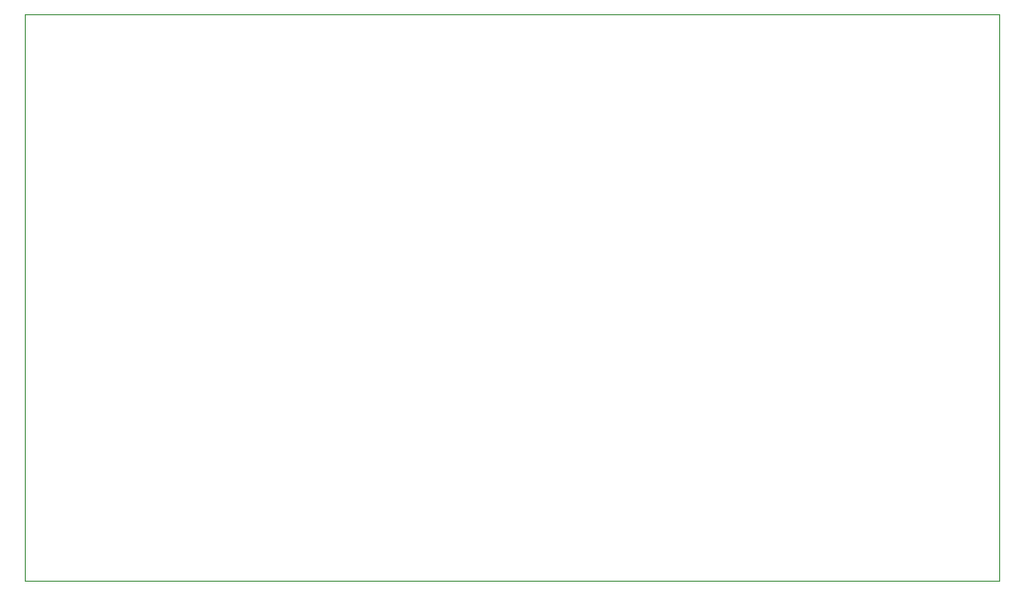
<source format=gm1>
G04 #@! TF.GenerationSoftware,KiCad,Pcbnew,9.0.5*
G04 #@! TF.CreationDate,2025-10-10T22:50:31+02:00*
G04 #@! TF.ProjectId,rec_play_switch_module,7265635f-706c-4617-995f-737769746368,rev?*
G04 #@! TF.SameCoordinates,Original*
G04 #@! TF.FileFunction,Profile,NP*
%FSLAX46Y46*%
G04 Gerber Fmt 4.6, Leading zero omitted, Abs format (unit mm)*
G04 Created by KiCad (PCBNEW 9.0.5) date 2025-10-10 22:50:31*
%MOMM*%
%LPD*%
G01*
G04 APERTURE LIST*
G04 #@! TA.AperFunction,Profile*
%ADD10C,0.050000*%
G04 #@! TD*
G04 APERTURE END LIST*
D10*
X127696000Y-42491000D02*
X214252000Y-42491000D01*
X214252000Y-92837000D01*
X127696000Y-92837000D01*
X127696000Y-42491000D01*
M02*

</source>
